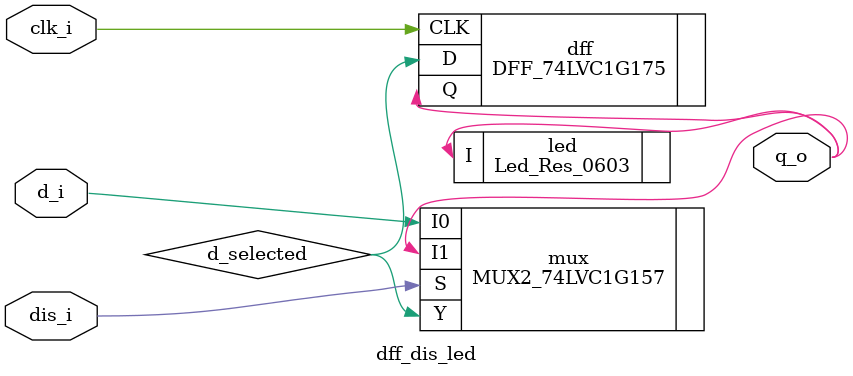
<source format=v>

module dff_dis_led (
  input  dis_i,
  input  clk_i,
  input  d_i,
  output q_o
);
  wire d_selected;

  MUX2_74LVC1G157 mux (
    .I0 ( d_i        ),
    .I1 ( q_o        ),
    .S  ( dis_i      ),
    .Y  ( d_selected )
  );

  DFF_74LVC1G175 dff (
    .CLK ( clk_i      ),
    .D   ( d_selected ),
    .Q   ( q_o        )
  );

  Led_Res_0603 led (
    .I   ( q_o )
  );
endmodule

</source>
